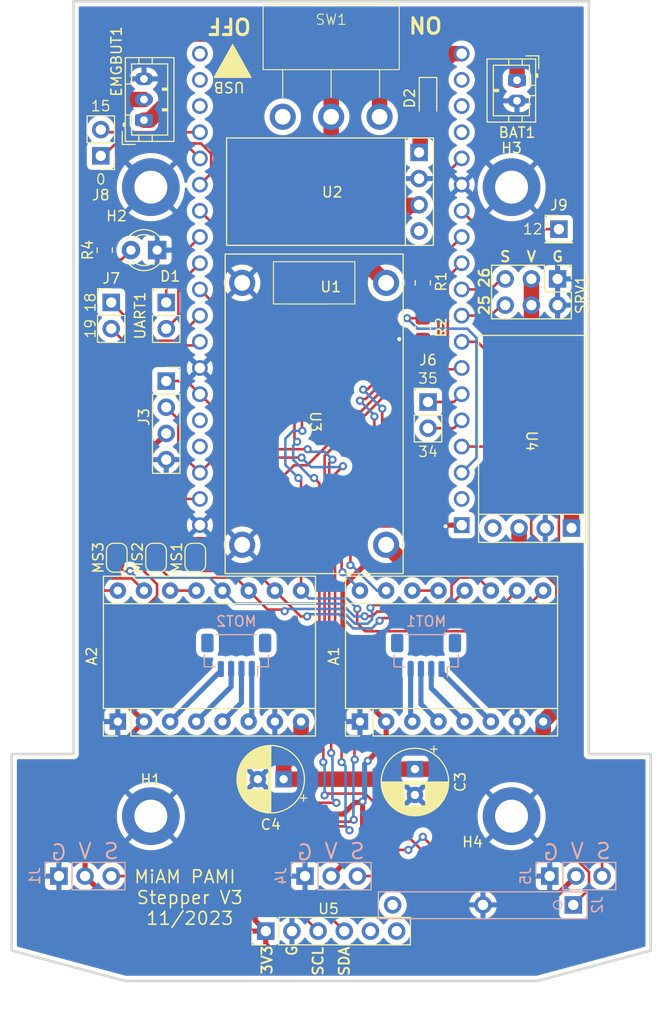
<source format=kicad_pcb>
(kicad_pcb (version 20221018) (generator pcbnew)
  (layers (0 "F.Cu" signal) (31 "B.Cu" signal) (34 "B.Paste" user) (35 "F.Paste" user) (36 "B.SilkS" user "B.Silkscreen") (37 "F.SilkS" user "F.Silkscreen") (38 "B.Mask" user) (39 "F.Mask" user) (44 "Edge.Cuts" user))
  (net 0 "")
  (net 1 "/BATTERY_INPUT")
  (net 2 "GND")
  (net 3 "/EMERGENCY_BUTTON")
  (net 4 "/5V_POWER")
  (net 5 "+12V")
  (net 6 "+3V3")
  (net 7 "/GPIO2")
  (net 8 "/GPIO5")
  (net 9 "/GPIO15")
  (net 10 "/GPIO0")
  (net 11 "Net-(D1-A)")
  (net 12 "/GPIO12")
  (net 13 "/GPIO18")
  (net 14 "/GPIO19")
  (net 15 "/GPIO34")
  (net 16 "/GPIO35")
  (net 17 "/SDA")
  (net 18 "/SCL")
  (net 19 "/MS1")
  (net 20 "/MS2")
  (net 21 "/MS3")
  (net 22 "/POWER_SWITCH")
  (net 23 "/BAT_READING")
  (net 24 "/SERVO_PWM_1")
  (net 25 "/SERVO_PWM_2")
  (net 27 "/RX2")
  (net 28 "/TX2")
  (net 30 "/DIR_2")
  (net 31 "/NOT_MOT_EN")
  (net 32 "/STEP_2")
  (net 33 "/DIR_1")
  (net 34 "/STEP_1")
  (net 45 "Net-(A1-1B)")
  (net 46 "Net-(A1-1A)")
  (net 47 "Net-(A1-2A)")
  (net 48 "Net-(A1-2B)")
  (net 49 "Net-(A1-~{RESET})")
  (net 50 "Net-(A2-1B)")
  (net 51 "Net-(A2-1A)")
  (net 52 "Net-(A2-2A)")
  (net 53 "Net-(A2-2B)")
  (net 54 "Net-(A2-~{RESET})")
  (net 57 "/TCRT0")
  (net 58 "/TCRT1")
  (net 59 "/TCRT2")
  (net 61 "/5V_BOARD")
  (net 62 "Net-(D2-K)")
  (footprint "Resistor_SMD:R_0805_2012Metric" (layer "F.Cu") (at 128.905 69.85 90)
    (fp_text reference "R4")
    (fp_text value "200")
  )
  (footprint "MiAM_ESP32_Footprints:VoltageRegulator" (layer "F.Cu") (at 170.434 87.884 -90)
    (fp_text reference "U4")
    (fp_text value "5V")
  )
  (footprint "Connector_PinHeader_2.54mm:PinHeader_1x02_P2.54mm_Vertical" (layer "F.Cu") (at 129.54 74.925)
    (fp_text reference "J7")
    (fp_text value "Conn_01x02_Pin")
  )
  (footprint "Connector_PinHeader_2.54mm:PinHeader_1x02_P2.54mm_Vertical" (layer "F.Cu") (at 134.874 74.93)
    (fp_text reference "UART1")
    (fp_text value "Conn_01x02_Male")
  )
  (footprint "Jumper:SolderJumper-2_P1.3mm_Open_RoundedPad1.0x1.5mm" (layer "F.Cu") (at 130.075 99.68 90)
    (fp_text reference "MS3")
    (fp_text value "SolderJumper_2_Open")
  )
  (footprint "LED_THT:LED_D3.0mm" (layer "F.Cu") (at 133.99 69.85 180)
    (fp_text reference "D1")
    (fp_text value "LED")
  )
  (footprint "MountingHole:MountingHole_3.2mm_M3_DIN965_Pad" (layer "F.Cu") (at 168.38 124.743668)
    (fp_text reference "H4")
    (fp_text value "MountingHole_Pad")
  )
  (footprint "MiAM_ESP32_Footprints:VoltageRegulator" (layer "F.Cu") (at 150.495 64.135)
    (fp_text reference "U2")
    (fp_text value "5V")
  )
  (footprint "Jumper:SolderJumper-2_P1.3mm_Open_RoundedPad1.0x1.5mm" (layer "F.Cu") (at 133.885 99.68 90)
    (fp_text reference "MS2")
    (fp_text value "SolderJumper_2_Open")
  )
  (footprint "Resistor_SMD:R_0805_2012Metric_Pad1.20x1.40mm_HandSolder" (layer "F.Cu") (at 159.766 77.47 -90)
    (fp_text reference "R2")
    (fp_text value "10k")
  )
  (footprint "Module:Pololu_Breakout-16_15.2x20.3mm" (layer "F.Cu") (at 153.67 115.57 90)
    (fp_text reference "A1")
    (fp_text value "Pololu_Breakout_A4988")
  )
  (footprint "Connector_PinHeader_2.54mm:PinHeader_1x02_P2.54mm_Vertical" (layer "F.Cu") (at 160.274 84.582)
    (fp_text reference "J6")
    (fp_text value "Conn_01x02_Pin")
  )
  (footprint "Resistor_SMD:R_0805_2012Metric_Pad1.20x1.40mm_HandSolder" (layer "F.Cu") (at 159.766 73.025 -90)
    (fp_text reference "R1")
    (fp_text value "100k")
  )
  (footprint "Capacitor_THT:CP_Radial_D6.3mm_P2.50mm" (layer "F.Cu") (at 146.264 121.158 180)
    (fp_text reference "C4")
    (fp_text value "100uF")
  )
  (footprint "Capacitor_THT:CP_Radial_D6.3mm_P2.50mm" (layer "F.Cu") (at 159.004 120.182 -90)
    (fp_text reference "C3")
    (fp_text value "100uF")
  )
  (footprint "MiAM_ESP32_Footprints:MT3608" (layer "F.Cu") (at 149.225 85.725 -90)
    (fp_text reference "U3")
    (fp_text value "MT3608")
  )
  (footprint "Module:Pololu_Breakout-16_15.2x20.3mm" (layer "F.Cu") (at 130.175 115.57 90)
    (fp_text reference "A2")
    (fp_text value "Pololu_Breakout_A4988")
  )
  (footprint "Connector_PinHeader_2.54mm:PinHeader_2x03_P2.54mm_Vertical" (layer "F.Cu") (at 172.847 72.644 -90)
    (fp_text reference "SRV1")
    (fp_text value "Conn_02x03_Odd_Even")
  )
  (footprint "MiAM_ESP32_Footprints:SSD1306_vertical" (layer "F.Cu") (at 129.854 80.9525)
    (fp_text reference "J3")
    (fp_text value "SSD1306_vertical")
  )
  (footprint "Connector_PinHeader_2.54mm:PinHeader_1x01_P2.54mm_Vertical" (layer "F.Cu") (at 172.974 67.818)
    (fp_text reference "J9")
    (fp_text value "Conn_01x01_Pin")
  )
  (footprint "MiAM_ESP32_Footprints:ESP32U-ShieldPattern" (layer "F.Cu") (at 150.8408 73.67 180)
    (fp_text reference "U1")
    (fp_text value "ESP32-DEVKITC-32U")
  )
  (footprint "MountingHole:MountingHole_3.2mm_M3_DIN965_Pad" (layer "F.Cu") (at 133.38 124.743668)
    (fp_text reference "H1")
    (fp_text value "MountingHole_Pad")
  )
  (footprint "Connector_JST:JST_PH_B2B-PH-K_1x02_P2.00mm_Vertical" (layer "F.Cu") (at 168.91 53.372 -90)
    (fp_text reference "BAT1")
    (fp_text value "Screw_Terminal_01x02")
  )
  (footprint "Diode_SMD:D_SOD-323_HandSoldering" (layer "F.Cu") (at 160.274 55.118 -90)
    (fp_text reference "D2")
    (fp_text value "D_Schottky")
  )
  (footprint "Connector_JST:JST_PH_B3B-PH-K_1x03_P2.00mm_Vertical" (layer "F.Cu") (at 132.715 57.245 90)
    (fp_text reference "EMGBUT1")
    (fp_text value "Conn_01x02_Male")
  )
  (footprint "MiAM_ESP32_Footprints:SS-12D11" (layer "F.Cu") (at 150.876 56.921)
    (fp_text reference "SW1")
    (fp_text value "SW_DPDT_x2")
  )
  (footprint "MountingHole:MountingHole_3.2mm_M3_DIN965_Pad" (layer "F.Cu") (at 133.38 63.743668)
    (fp_text reference "H2")
    (fp_text value "MountingHole_Pad")
  )
  (footprint "Connector_PinHeader_2.54mm:PinHeader_1x06_P2.54mm_Vertical" (layer "F.Cu") (at 144.53 135.89 90)
    (fp_text reference "U5")
    (fp_text value "~")
  )
  (footprint "Connector_PinHeader_2.54mm:PinHeader_1x02_P2.54mm_Vertical" (layer "F.Cu") (at 128.524 60.706 180)
    (fp_text reference "J8")
    (fp_text value "Conn_01x02_Pin")
  )
  (footprint "Jumper:SolderJumper-2_P1.3mm_Open_RoundedPad1.0x1.5mm" (layer "F.Cu") (at 137.695 99.68 90)
    (fp_text reference "MS1")
    (fp_text value "SolderJumper_2_Open")
  )
  (footprint "MountingHole:MountingHole_3.2mm_M3_DIN965_Pad" (layer "F.Cu") (at 168.38 63.743668)
    (fp_text reference "H3")
    (fp_text value "MountingHole_Pad")
  )
  (footprint "MiAM_ESP32_Footprints:TCRT5000L_Breakout" (layer "B.Cu") (at 148.34 130.556 -90)
    (fp_text reference "J4")
    (fp_text value "TCRT5000L_Breakout")
  )
  (footprint "Connector_JST:JST_SH_BM04B-SRSS-TB_1x04-1MP_P1.00mm_Vertical" (layer "B.Cu") (at 141.6725 109.15 180)
    (fp_text reference "MOT2")
    (fp_text value "Conn_01x04_Male")
  )
  (footprint "Connector_JST:JST_SH_BM04B-SRSS-TB_1x04-1MP_P1.00mm_Vertical" (layer "B.Cu") (at 160.0875 109.15 180)
    (fp_text reference "MOT1")
    (fp_text value "Conn_01x04_Male")
  )
  (footprint "MiAM_ESP32_Footprints:TCRT5000L_Breakout" (layer "B.Cu") (at 124.46 130.556 -90)
    (fp_text reference "J1")
    (fp_text value "TCRT5000L_Breakout")
  )
  (footprint "MiAM_ESP32_Footprints:Microruptor" (layer "B.Cu") (at 174.371 133.35 90)
    (fp_text reference "J2")
    (fp_text value "Conn_01x03_Male")
  )
  (footprint "MiAM_ESP32_Footprints:TCRT5000L_Breakout" (layer "B.Cu") (at 172.085 130.556 -90)
    (fp_text reference "J5")
    (fp_text value "TCRT5000L_Breakout")
  )
  (gr_line (start 170.88 140.72) (end 181.88 137.772559) (stroke (width 0.25)) (layer "Edge.Cuts"))
  (gr_line (start 125.88 45.72) (end 125.88 118.72) (stroke (width 0.25)) (layer "Edge.Cuts"))
  (gr_line (start 119.88 137.772559) (end 130.88 140.72) (stroke (width 0.25)) (layer "Edge.Cuts"))
  (gr_line (start 181.88 118.72) (end 175.88 118.72) (stroke (width 0.25)) (layer "Edge.Cuts"))
  (gr_line (start 119.88 118.72) (end 119.88 137.772559) (stroke (width 0.25)) (layer "Edge.Cuts"))
  (gr_line (start 130.88 140.72) (end 170.88 140.72) (stroke (width 0.25)) (layer "Edge.Cuts"))
  (gr_line (start 175.88 45.72) (end 125.88 45.72) (stroke (width 0.25)) (layer "Edge.Cuts"))
  (gr_line (start 181.88 137.772559) (end 181.88 118.72) (stroke (width 0.25)) (layer "Edge.Cuts"))
  (gr_line (start 125.88 118.72) (end 119.88 118.72) (stroke (width 0.25)) (layer "Edge.Cuts"))
  (gr_line (start 175.88 118.72) (end 175.88 45.72) (stroke (width 0.25)) (layer "Edge.Cuts"))
  (gr_text "S" (at 177.292 128.143) (layer "B.SilkS") (effects (font (size 1.5 1.5) (thickness 0.1875)) (justify mirror)))
  (gr_text "V" (at 127 128.143) (layer "B.SilkS") (effects (font (size 1.5 1.5) (thickness 0.1875)) (justify mirror)))
  (gr_text "S" (at 129.54 128.143) (layer "B.SilkS") (effects (font (size 1.5 1.5) (thickness 0.1875)) (justify mirror)))
  (gr_text "G" (at 172.212 128.27) (layer "B.SilkS") (effects (font (size 1.5 1.5) (thickness 0.1875)) (justify mirror)))
  (gr_text "S" (at 153.416 128.143) (layer "B.SilkS") (effects (font (size 1.5 1.5) (thickness 0.1875)) (justify mirror)))
  (gr_text "G" (at 124.46 128.27) (layer "B.SilkS") (effects (font (size 1.5 1.5) (thickness 0.1875)) (justify mirror)))
  (gr_text "V" (at 150.876 128.143) (layer "B.SilkS") (effects (font (size 1.5 1.5) (thickness 0.1875)) (justify mirror)))
  (gr_text "V" (at 174.752 128.143) (layer "B.SilkS") (effects (font (size 1.5 1.5) (thickness 0.1875)) (justify mirror)))
  (gr_text "G" (at 148.336 128.27) (layer "B.SilkS") (effects (font (size 1.5 1.5) (thickness 0.1875)) (justify mirror)))
  (gr_text "3V3" (at 144.653 138.684 90) (layer "F.SilkS") (effects (font (size 1 1) (thickness 0.1875))))
  (gr_text "SCL" (at 149.606 138.811 90) (layer "F.SilkS") (effects (font (size 1 1) (thickness 0.1875))))
  (gr_text "OFF" (at 143.256 47.244 180) (layer "F.SilkS") (effects (font (size 1.5 1.5) (thickness 0.3) bold) (justify left bottom)))
  (gr_text "G" (at 172.847 70.485) (layer "F.SilkS") (effects (font (size 1 1) (thickness 0.2) bold)))
  (gr_text "ON" (at 161.798 47.117 180) (layer "F.SilkS") (effects (font (size 1.5 1.5) (thickness 0.3) bold) (justify left bottom)))
  (gr_text "S" (at 167.767 70.485) (layer "F.SilkS") (effects (font (size 1 1) (thickness 0.2) bold)))
  (gr_text "MiAM PAMI \nStepper V3\n11/2023" (at 137.16 135.382) (layer "F.SilkS") (effects (font (size 1.25 1.25) (thickness 0.15625)) (justify bottom)))
  (gr_text "12" (at 170.434 67.818) (layer "F.SilkS") (effects (font (size 1 1) (thickness 0.125))))
  (gr_text "V" (at 170.307 70.485) (layer "F.SilkS") (effects (font (size 1 1) (thickness 0.2) bold)))
  (gr_text "26" (at 165.735 72.517 90) (layer "F.SilkS") (effects (font (size 1 1) (thickness 0.2) bold)))
  (gr_text "25" (at 165.735 75.184 90) (layer "F.SilkS") (effects (font (size 1 1) (thickness 0.2) bold)))
  (gr_text "G" (at 147.066 137.795 90) (layer "F.SilkS") (effects (font (size 1 1) (thickness 0.1875))))
  (gr_text "35" (at 160.274 82.296) (layer "F.SilkS") (effects (font (size 1 1) (thickness 0.125))))
  (gr_text "15" (at 128.524 55.88) (layer "F.SilkS") (effects (font (size 1 1) (thickness 0.125))))
  (gr_text "SDA" (at 152.146 138.811 90) (layer "F.SilkS") (effects (font (size 1 1) (thickness 0.1875))))
  (gr_text "18" (at 127.508 74.93 90) (layer "F.SilkS") (effects (font (size 1 1) (thickness 0.125))))
  (gr_text "0" (at 128.524 62.992) (layer "F.SilkS") (effects (font (size 1 1) (thickness 0.125))))
  (gr_text "19" (at 127.508 77.47 90) (layer "F.SilkS") (effects (font (size 1 1) (thickness 0.125))))
  (gr_text "34" (at 160.274 89.408) (layer "F.SilkS") (effects (font (size 1 1) (thickness 0.125))))
  (segment (start 168.91 51.435) (end 165.735 48.26) (width 1.5) (layer "F.Cu") (net 1))
  (segment (start 157.48 48.26) (end 155.575 50.165) (width 1.5) (layer "F.Cu") (net 1))
  (segment (start 165.735 48.26) (end 157.48 48.26) (width 1.5) (layer "F.Cu") (net 1))
  (segment (start 155.575 50.165) (end 155.575 56.921) (width 1.5) (layer "F.Cu") (net 1))
  (segment (start 168.91 53.372) (end 168.91 51.435) (width 1.5) (layer "F.Cu") (net 1))
  (segment (start 157.48 78.486) (end 159.75 78.486) (width 0.25) (layer "F.Cu") (net 2))
  (segment (start 159.75 78.486) (end 159.766 78.47) (width 0.25) (layer "F.Cu") (net 2))
  (via (at 157.48 78.486) (size 0.8) (drill 0.4) (layers "F.Cu" "B.Cu") (net 2))
  (segment (start 133.255 57.245) (end 135.636 54.864) (width 1.5) (layer "F.Cu") (net 3))
  (segment (start 143.002 52.197) (end 143.002 59.817) (width 1.5) (layer "F.Cu") (net 3))
  (segment (start 143.002 59.817) (end 156.21 73.025) (width 1.5) (layer "F.Cu") (net 3))
  (segment (start 136.9695 48.895) (end 139.7 48.895) (width 1.5) (layer "F.Cu") (net 3))
  (segment (start 135.636 50.2285) (end 136.9695 48.895) (width 1.5) (layer "F.Cu") (net 3))
  (segment (start 139.7 48.895) (end 143.002 52.197) (width 1.5) (layer "F.Cu") (net 3))
  (segment (start 132.715 57.245) (end 133.255 57.245) (width 1.5) (layer "F.Cu") (net 3))
  (segment (start 135.636 54.864) (end 135.636 50.2285) (width 1.5) (layer "F.Cu") (net 3))
  (segment (start 174.1932 96.7994) (end 174.1932 81.4832) (width 1.5) (layer "F.Cu") (net 4))
  (segment (start 170.307 77.597) (end 170.307 75.184) (width 1.5) (layer "F.Cu") (net 4))
  (segment (start 170.307 75.184) (end 170.307 72.644) (width 1.5) (layer "F.Cu") (net 4))
  (segment (start 174.1932 81.4832) (end 170.307 77.597) (width 1.5) (layer "F.Cu") (net 4))
  (segment (start 155.196198 121.158) (end 146.264 121.158) (width 1.5) (layer "F.Cu") (net 5))
  (segment (start 169.1132 97.526093) (end 169.1132 99.695) (width 1.5) (layer "F.Cu") (net 5))
  (segment (start 147.955 115.57) (end 147.955 117.983) (width 1.5) (layer "F.Cu") (net 5))
  (segment (start 170.942 99.695) (end 173.355 102.108) (width 1.5) (layer "F.Cu") (net 5))
  (segment (start 169.1132 99.695) (end 157.48 99.695) (width 1.5) (layer "F.Cu") (net 5))
  (segment (start 171.45 115.57) (end 171.45 116.84) (width 1.5) (layer "F.Cu") (net 5))
  (segment (start 157.48 99.695) (end 156.21 98.425) (width 1.5) (layer "F.Cu") (net 5))
  (segment (start 168.108 120.182) (end 156.172198 120.182) (width 1.5) (layer "F.Cu") (net 5))
  (segment (start 169.1132 96.7994) (end 169.1132 97.526093) (width 1.5) (layer "F.Cu") (net 5))
  (segment (start 173.355 102.108) (end 173.355 113.665) (width 1.5) (layer "F.Cu") (net 5))
  (segment (start 146.264 119.674) (end 146.264 121.158) (width 1.5) (layer "F.Cu") (net 5))
  (segment (start 169.1132 99.695) (end 170.942 99.695) (width 1.5) (layer "F.Cu") (net 5))
  (segment (start 173.355 113.665) (end 171.45 115.57) (width 1.5) (layer "F.Cu") (net 5))
  (segment (start 147.955 117.983) (end 146.264 119.674) (width 1.5) (layer "F.Cu") (net 5))
  (segment (start 156.172198 120.182) (end 155.196198 121.158) (width 1.5) (layer "F.Cu") (net 5))
  (segment (start 171.45 116.84) (end 168.108 120.182) (width 1.5) (layer "F.Cu") (net 5))
  (segment (start 127 121.285) (end 132.715 115.57) (width 0.5) (layer "F.Cu") (net 6))
  (segment (start 127.127 106.045) (end 127.127 95.377) (width 0.5) (layer "F.Cu") (net 6))
  (segment (start 127.127 95.377) (end 134.874 87.63) (width 0.5) (layer "F.Cu") (net 6))
  (segment (start 143.51 134.87) (end 144.53 135.89) (width 0.5) (layer "F.Cu") (net 6))
  (segment (start 127 130.556) (end 127 121.285) (width 0.5) (layer "F.Cu") (net 6))
  (segment (start 145.332208 124.54) (end 143.51 126.362208) (width 0.5) (layer "F.Cu") (net 6))
  (segment (start 143.51 126.362208) (end 143.51 134.87) (width 0.5) (layer "F.Cu") (net 6))
  (segment (start 132.715 104.648) (end 127.127 104.648) (width 0.25) (layer "F.Cu") (net 6))
  (segment (start 153.924 123.325598) (end 153.924 127.512) (width 0.5) (layer "F.Cu") (net 6))
  (segment (start 130.075 99.03) (end 137.695 99.03) (width 0.25) (layer "F.Cu") (net 6))
  (segment (start 133.985 103.378) (end 132.715 104.648) (width 0.25) (layer "F.Cu") (net 6))
  (segment (start 154.051 97.663) (end 155.194 96.52) (width 0.5) (layer "F.Cu") (net 6))
  (segment (start 174.625 130.556) (end 166.116 139.065) (width 0.5) (layer "F.Cu") (net 6))
  (segment (start 133.985 102.259009) (end 133.985 103.378) (width 0.25) (layer "F.Cu") (net 6))
  (segment (start 152.019 102.489) (end 154.051 100.457) (width 0.5) (layer "F.Cu") (net 6))
  (segment (start 127.127 109.982) (end 132.715 115.57) (width 0.5) (layer "F.Cu") (net 6))
  (segment (start 131.953 100.227009) (end 133.985 102.259009) (width 0.25) (layer "F.Cu") (net 6))
  (segment (start 146.435 139.065) (end 144.53 137.16) (width 0.5) (layer "F.Cu") (net 6))
  (segment (start 127 130.556) (end 132.334 135.89) (width 0.5) (layer "F.Cu") (net 6))
  (segment (start 144.53 137.16) (end 144.53 135.89) (width 0.5) (layer "F.Cu") (net 6))
  (segment (start 130.075 99.03) (end 131.953 99.03) (width 0.25) (layer "F.Cu") (net 6))
  (segment (start 166.116 139.065) (end 146.435 139.065) (width 0.5) (layer "F.Cu") (net 6))
  (segment (start 132.334 135.89) (end 144.53 135.89) (width 0.5) (layer "F.Cu") (net 6))
  (segment (start 127.127 104.648) (end 127.127 106.045) (width 0.25) (layer "F.Cu") (net 6))
  (segment (start 154.051 100.457) (end 154.051 97.663) (width 0.5) (layer "F.Cu") (net 6))
  (segment (start 152.019 111.379) (end 152.019 102.489) (width 0.5) (layer "F.Cu") (net 6))
  (segment (start 153.924 127.512) (end 150.88 130.556) (width 0.5) (layer "F.Cu") (net 6))
  (segment (start 127.127 106.045) (end 127.127 109.982) (width 0.5) (layer "F.Cu") (net 6))
  (segment (start 153.919701 123.321299) (end 153.834 123.407) (width 0.25) (layer "F.Cu") (net 6))
  (segment (start 131.953 99.03) (end 131.953 100.227009) (width 0.25) (layer "F.Cu") (net 6))
  (segment (start 153.834 123.407) (end 153.199 123.407) (width 0.5) (layer "F.Cu") (net 6))
  (segment (start 156.21 117.602) (end 156.21 116.347416) (width 0.5) (layer "F.Cu") (net 6))
  (segment (start 153.199 123.407) (end 152.066 124.54) (width 0.5) (layer "F.Cu") (net 6))
  (segment (start 155.194 96.52) (end 163.5408 96.52) (width 0.5) (layer "F.Cu") (net 6))
  (segment (start 156.21 116.347416) (end 156.21 115.052) (width 0.25) (layer "F.Cu") (net 6))
  (segment (start 156.21 115.57) (end 152.019 111.379) (width 0.5) (layer "F.Cu") (net 6))
  (segment (start 154.432 119.38) (end 156.21 117.602) (width 0.5) (layer "F.Cu") (net 6))
  (segment (start 152.066 124.54) (end 145.332208 124.54) (width 0.5) (layer "F.Cu") (net 6))
  (segment (start 153.919701 123.321299) (end 153.924 123.325598) (width 0.25) (layer "F.Cu") (net 6))
  (via (at 154.432 119.38) (size 0.8) (drill 0.4) (layers "F.Cu" "B.Cu") (net 6))
  (via (at 153.919701 123.321299) (size 0.8) (drill 0.4) (layers "F.Cu" "B.Cu") (net 6))
  (segment (start 153.919701 123.321299) (end 153.863984 123.265582) (width 0.25) (layer "B.Cu") (net 6))
  (segment (start 154.432 119.38) (end 154.122208 119.689792) (width 0.5) (layer "B.Cu") (net 6))
  (segment (start 154.122208 123.007358) (end 153.863984 123.265582) (width 0.5) (layer "B.Cu") (net 6))
  (segment (start 154.122208 119.689792) (end 154.122208 123.007358) (width 0.5) (layer "B.Cu") (net 6))
  (segment (start 131.826 59.944) (end 128.905 62.865) (width 0.25) (layer "F.Cu") (net 7))
  (segment (start 138.1408 60.96) (end 137.1248 59.944) (width 0.25) (layer "F.Cu") (net 7))
  (segment (start 137.1248 59.944) (end 131.826 59.944) (width 0.25) (layer "F.Cu") (net 7))
  (segment (start 128.905 62.865) (end 128.905 68.9375) (width 0.25) (layer "F.Cu") (net 7))
  (segment (start 160.655 129.032) (end 174.762701 129.032) (width 0.25) (layer "F.Cu") (net 8))
  (segment (start 147.317085 82.836285) (end 138.1408 73.66) (width 0.25) (layer "F.Cu") (net 8))
  (segment (start 150.114 119.507) (end 150.114 117.497587) (width 0.25) (layer "F.Cu") (net 8))
  (segment (start 175.895 130.164299) (end 175.895 131.826) (width 0.25) (layer "F.Cu") (net 8))
  (segment (start 150.114 117.497587) (end 149.733 117.116587) (width 0.25) (layer "F.Cu") (net 8))
  (segment (start 149.733 117.116587) (end 149.733 92.456) (width 0.25) (layer "F.Cu") (net 8))
  (segment (start 175.895 131.826) (end 174.371 133.35) (width 0.25) (layer "F.Cu") (net 8))
  (segment (start 174.762701 129.032) (end 175.895 130.164299) (width 0.25) (layer "F.Cu") (net 8))
  (segment (start 154.178 122.555) (end 160.655 129.032) (width 0.25) (layer "F.Cu") (net 8))
  (segment (start 150.4055 122.555) (end 154.178 122.555) (width 0.25) (layer "F.Cu") (net 8))
  (segment (start 147.317085 88.176884) (end 147.317085 82.836285) (width 0.25) (layer "F.Cu") (net 8))
  (segment (start 150.241 122.7195) (end 150.4055 122.555) (width 0.25) (layer "F.Cu") (net 8))
  (segment (start 149.733 92.456) (end 149.225 91.948) (width 0.25) (layer "F.Cu") (net 8))
  (segment (start 147.574 88.433799) (end 147.317085 88.176884) (width 0.25) (layer "F.Cu") (net 8))
  (via (at 150.114 119.507) (size 0.8) (drill 0.4) (layers "F.Cu" "B.Cu") (net 8))
  (via (at 150.241 122.7195) (size 0.8) (drill 0.4) (layers "F.Cu" "B.Cu") (net 8))
  (via (at 147.574 88.433799) (size 0.8) (drill 0.4) (layers "F.Cu" "B.Cu") (net 8))
  (via (at 149.225 91.948) (size 0.8) (drill 0.4) (layers "F.Cu" "B.Cu") (net 8))
  (segment (start 148.961694 91.948) (end 147.193 90.179306) (width 0.25) (layer "B.Cu") (net 8))
  (segment (start 149.225 91.948) (end 148.961694 91.948) (width 0.25) (layer "B.Cu") (net 8))
  (segment (start 147.193 90.179306) (end 147.193 88.814799) (width 0.25) (layer "B.Cu") (net 8))
  (segment (start 147.193 88.814799) (end 147.574 88.433799) (width 0.25) (layer "B.Cu") (net 8))
  (segment (start 150.114 119.507) (end 150.241 119.634) (width 0.25) (layer "B.Cu") (net 8))
  (segment (start 150.241 119.634) (end 150.241 122.7195) (width 0.25) (layer "B.Cu") (net 8))
  (segment (start 128.778 58.166) (end 129.032 58.42) (width 0.25) (layer "F.Cu") (net 9))
  (segment (start 129.032 58.42) (end 138.1408 58.42) (width 0.25) (layer "F.Cu") (net 9))
  (segment (start 139.2308 62.41) (end 138.1408 63.5) (width 0.25) (layer "F.Cu") (net 10))
  (segment (start 128.778 60.706) (end 129.99 59.494) (width 0.25) (layer "F.Cu") (net 10))
  (segment (start 139.2308 60.4908) (end 139.2308 62.41) (width 0.25) (layer "F.Cu") (net 10))
  (segment (start 129.99 59.494) (end 137.673307 59.494) (width 0.25) (layer "F.Cu") (net 10))
  (segment (start 138.25 59.51) (end 139.2308 60.4908) (width 0.25) (layer "F.Cu") (net 10))
  (segment (start 137.689307 59.51) (end 138.25 59.51) (width 0.25) (layer "F.Cu") (net 10))
  (segment (start 137.673307 59.494) (end 137.689307 59.51) (width 0.25) (layer "F.Cu") (net 10))
  (segment (start 130.5375 70.7625) (end 131.45 69.85) (width 0.25) (layer "F.Cu") (net 11))
  (segment (start 128.905 70.7625) (end 130.5375 70.7625) (width 0.25) (layer "F.Cu") (net 11))
  (segment (start 163.5408 66.04) (end 165.3188 67.818) (width 0.25) (layer "F.Cu") (net 12))
  (segment (start 165.3188 67.818) (end 172.974 67.818) (width 0.25) (layer "F.Cu") (net 12))
  (segment (start 135.6958 78.645) (end 138.1408 76.2) (width 0.25) (layer "F.Cu") (net 13))
  (segment (start 133.26 78.645) (end 135.6958 78.645) (width 0.25) (layer "F.Cu") (net 13))
  (segment (start 129.54 74.925) (end 133.26 78.645) (width 0.25) (layer "F.Cu") (net 13))
  (segment (start 129.54 77.465) (end 131.17 79.095) (width 0.25) (layer "F.Cu") (net 14))
  (segment (start 137.7858 79.095) (end 138.1408 78.74) (width 0.25) (layer "F.Cu") (net 14))
  (segment (start 131.17 79.095) (end 137.7858 79.095) (width 0.25) (layer "F.Cu") (net 14))
  (segment (start 162.7788 87.122) (end 163.5408 86.36) (width 0.25) (layer "F.Cu") (net 15))
  (segment (start 160.274 87.122) (end 162.7788 87.122) (width 0.25) (layer "F.Cu") (net 15))
  (segment (start 162.7788 84.582) (end 160.274 84.582) (width 0.25) (layer "F.Cu") (net 16))
  (segment (start 162.7788 84.582) (end 163.5408 83.82) (width 0.25) (layer "F.Cu") (net 16))
  (segment (start 146.685 133.985) (end 150.245 133.985) (width 0.25) (layer "F.Cu") (net 17))
  (segment (start 151.892 117.094) (end 150.691 115.893) (width 0.25) (layer "F.Cu") (net 17))
  (segment (start 150.691 115.893) (end 150.691 90.482) (width 0.25) (layer "F.Cu") (net 17))
  (segment (start 144.78 127.635) (end 144.78 132.08) (width 0.25) (layer "F.Cu") (net 17))
  (segment (start 134.874 82.55) (end 136.8708 82.55) (width 0.25) (layer "F.Cu") (net 17))
  (segment (start 144.78 132.08) (end 146.685 133.985) (width 0.25) (layer "F.Cu") (net 17))
  (segment (start 150.245 133.985) (end 152.15 135.89) (width 0.25) (layer "F.Cu") (net 17))
  (segment (start 152.654 126.111) (end 152.273 125.73) (width 0.25) (layer "F.Cu") (net 17))
  (segment (start 136.8708 82.55) (end 138.1408 83.82) (width 0.25) (layer "F.Cu") (net 17))
  (segment (start 148.594299 89.158299) (end 143.479099 89.158299) (width 0.25) (layer "F.Cu") (net 17))
  (segment (start 151.892 119.507) (end 151.892 117.094) (width 0.25) (layer "F.Cu") (net 17))
  (segment (start 152.273 125.73) (end 146.685 125.73) (width 0.25) (layer "F.Cu") (net 17))
  (segment (start 150.691 90.482) (end 151.003 90.17) (width 0.25) (layer "F.Cu") (net 17))
  (segment (start 146.685 125.73) (end 144.78 127.635) (width 0.25) (layer "F.Cu") (net 17))
  (segment (start 143.479099 89.158299) (end 138.1408 83.82) (width 0.25) (layer "F.Cu") (net 17))
  (via (at 151.003 90.17) (size 0.8) (drill 0.4) (layers "F.Cu" "B.Cu") (net 17))
  (via (at 152.654 126.111) (size 0.8) (drill 0.4) (layers "F.Cu" "B.Cu") (net 17))
  (via (at 151.892 119.507) (size 0.8) (drill 0.4) (layers "F.Cu" "B.Cu") (net 17))
  (via (at 148.594299 89.158299) (size 0.8) (drill 0.4) (layers "F.Cu" "B.Cu") (net 17))
  (segment (start 152.273 119.888) (end 152.273 125.73) (width 0.25) (layer "B.Cu") (net 17))
  (segment (start 151.892 119.507) (end 152.273 119.888) (width 0.25) (layer "B.Cu") (net 17))
  (segment (start 151.003 90.17) (end 150.241 89.408) (width 0.25) (layer "B.Cu") (net 17))
  (segment (start 150.241 89.408) (end 148.844 89.408) (width 0.25) (layer "B.Cu") (net 17))
  (segment (start 148.844 89.408) (end 148.594299 89.158299) (width 0.25) (layer "B.Cu") (net 17))
  (segment (start 152.273 125.73) (end 152.654 126.111) (width 0.25) (layer "B.Cu") (net 17))
  (segment (start 148.155 134.435) (end 149.61 135.89) (width 0.25) (layer "F.Cu") (net 18))
  (segment (start 144.33 132.266396) (end 146.498604 134.435) (width 0.25) (layer "F.Cu") (net 18))
  (segment (start 153.162 118.940235) (end 153.139484 118.917719) (width 0.25) (layer "F.Cu") (net 18))
  (segment (start 152.8895 125.28) (end 146.246 125.28) (width 0.25) (layer "F.Cu") (net 18))
  (segment (start 146.498604 134.435) (end 148.155 134.435) (width 0.25) (layer "F.Cu") (net 18))
  (segment (start 144.33 127.196) (end 144.33 132.266396) (width 0.25) (layer "F.Cu") (net 18))
  (segment (start 151.257 91.567) (end 152.019 90.805) (width 0.25) (layer "F.Cu") (net 18))
  (segment (start 148.009548 89.970549) (end 139.610251 89.970549) (width 0.25) (layer "F.Cu") (net 18))
  (segment (start 153.0745 125.095) (end 152.8895 125.28) (width 0.25) (layer "F.Cu") (net 18))
  (segment (start 136.049 86.265) (end 136.049 89.3482) (width 0.25) (layer "F.Cu") (net 18))
  (segment (start 136.049 89.3482) (end 138.1408 91.44) (width 0.25) (layer "F.Cu") (net 18))
  (segment (start 134.884 85.1) (end 136.049 86.265) (width 0.25) (layer "F.Cu") (net 18))
  (segment (start 153.162 119.253) (end 153.162 118.940235) (width 0.25) (layer "F.Cu") (net 18))
  (segment (start 139.610251 89.970549) (end 138.1408 91.44) (width 0.25) (layer "F.Cu") (net 18))
  (segment (start 146.246 125.28) (end 144.33 127.196) (width 0.25) (layer "F.Cu") (net 18))
  (segment (start 153.139484 118.917719) (end 153.139484 117.499984) (width 0.25) (layer "F.Cu") (net 18))
  (segment (start 151.257 115.6175) (end 151.257 91.567) (width 0.25) (layer "F.Cu") (net 18))
  (segment (start 153.139484 117.499984) (end 151.257 115.6175) (width 0.25) (layer "F.Cu") (net 18))
  (via (at 153.162 119.253) (size 0.8) (drill 0.4) (layers "F.Cu" "B.Cu") (net 18))
  (via (at 153.0745 125.095) (size 0.8) (drill 0.4) (layers "F.Cu" "B.Cu") (net 18))
  (via (at 152.019 90.805) (size 0.8) (drill 0.4) (layers "F.Cu" "B.Cu") (net 18))
  (via (at 148.009548 89.970549) (size 0.8) (drill 0.4) (layers "F.Cu" "B.Cu") (net 18))
  (segment (start 151.929 90.895) (end 148.933999 90.895) (width 0.25) (layer "B.Cu") (net 18))
  (segment (start 153.035 125.0555) (end 153.0745 125.095) (width 0.25) (layer "B.Cu") (net 18))
  (segment (start 152.019 90.805) (end 151.929 90.895) (width 0.25) (layer "B.Cu") (net 18))
  (segment (start 153.035 119.38) (end 153.035 125.0555) (width 0.25) (layer "B.Cu") (net 18))
  (segment (start 148.933999 90.895) (end 148.009548 89.970549) (width 0.25) (layer "B.Cu") (net 18))
  (segment (start 153.162 119.253) (end 153.035 119.38) (width 0.25) (layer "B.Cu") (net 18))
  (segment (start 138.33 100.965) (end 143.51 100.965) (width 0.25) (layer "F.Cu") (net 19))
  (segment (start 137.695 100.33) (end 138.33 100.965) (width 0.25) (layer "F.Cu") (net 19))
  (segment (start 155.575 105.791) (end 155.829 105.537) (width 0.25) (layer "F.Cu") (net 19))
  (segment (start 148.542847 105.3725) (end 147.9175 105.3725) (width 0.25) (layer "F.Cu") (net 19))
  (segment (start 143.51 100.965) (end 145.415 102.87) (width 0.25) (layer "F.Cu") (net 19))
  (segment (start 147.9175 105.3725) (end 145.415 102.87) (width 0.25) (layer "F.Cu") (net 19))
  (segment (start 155.829 105.537) (end 166.243 105.537) (width 0.25) (layer "F.Cu") (net 19))
  (segment (start 166.243 105.537) (end 168.91 102.87) (width 0.25) (layer "F.Cu") (net 19))
  (via (at 155.575 105.791) (size 0.8) (drill 0.4) (layers "F.Cu" "B.Cu") (net 19))
  (via (at 148.542847 105.3725) (size 0.8) (drill 0.4) (layers "F.Cu" "B.Cu") (net 19))
  (segment (start 152.999658 106.529755) (end 154.836245 106.529755) (width 0.25) (layer "B.Cu") (net 19))
  (segment (start 148.542847 105.3725) (end 148.759347 105.156) (width 0.25) (layer "B.Cu") (net 19))
  (segment (start 151.625903 105.156) (end 152.999658 106.529755) (width 0.25) (layer "B.Cu") (net 19))
  (segment (start 154.836245 106.529755) (end 155.575 105.791) (width 0.25) (layer "B.Cu") (net 19))
  (segment (start 148.759347 105.156) (end 151.625903 105.156) (width 0.25) (layer "B.Cu") (net 19))
  (segment (start 133.885 100.33) (end 135.155 101.6) (width 0.25) (layer "F.Cu") (net 20))
  (segment (start 146.363201 104.8645) (end 146.210201 104.7115) (width 0.25) (layer "F.Cu") (net 20))
  (segment (start 162.56 102.362) (end 163.322 101.6) (width 0.25) (layer "F.Cu") (net 20))
  (segment (start 146.210201 104.7115) (end 144.7165 104.7115) (width 0.25) (layer "F.Cu") (net 20))
  (segment (start 144.7165 104.7115) (end 142.875 102.87) (width 0.25) (layer "F.Cu") (net 20))
  (segment (start 154.94 104.267) (end 161.773991 104.267) (width 0.25) (layer "F.Cu") (net 20))
  (segment (start 165.1 101.6) (end 166.37 102.87) (width 0.25) (layer "F.Cu") (net 20))
  (segment (start 141.605 101.6) (end 142.875 102.87) (width 0.25) (layer "F.Cu") (net 20))
  (segment (start 154.686 104.521) (end 154.94 104.267) (width 0.25) (layer "F.Cu") (net 20))
  (segment (start 161.773991 104.267) (end 162.56 103.480991) (width 0.25) (layer "F.Cu") (net 20))
  (segment (start 162.56 103.480991) (end 162.56 102.362) (width 0.25) (layer "F.Cu") (net 20))
  (segment (start 135.155 101.6) (end 141.605 101.6) (width 0.25) (layer "F.Cu") (net 20))
  (segment (start 163.322 101.6) (end 165.1 101.6) (width 0.25) (layer "F.Cu") (net 20))
  (via (at 154.686 104.521) (size 0.8) (drill 0.4) (layers "F.Cu" "B.Cu") (net 20))
  (via (at 146.363201 104.8645) (size 0.8) (drill 0.4) (layers "F.Cu" "B.Cu") (net 20))
  (segment (start 151.754299 104.648) (end 153.186054 106.079755) (width 0.25) (layer "B.Cu") (net 20))
  (segment (start 146.363201 104.8645) (end 146.579701 104.648) (width 0.25) (layer "B.Cu") (net 20))
  (segment (start 154.42306 106.079755) (end 154.847755 105.65506) (width 0.25) (layer "B.Cu") (net 20))
  (segment (start 154.847755 105.65506) (end 154.847755 104.682755) (width 0.25) (layer "B.Cu") (net 20))
  (segment (start 146.579701 104.648) (end 151.754299 104.648) (width 0.25) (layer "B.Cu") (net 20))
  (segment (start 154.847755 104.682755) (end 154.686 104.521) (width 0.25) (layer "B.Cu") (net 20))
  (segment (start 153.186054 106.079755) (end 154.42306 106.079755) (width 0.25) (layer "B.Cu") (net 20))
  (segment (start 131.3555 100.965) (end 130.71 100.965) (width 0.25) (layer "F.Cu") (net 21))
  (segment (start 161.798 104.902) (end 163.83 102.87) (width 0.25) (layer "F.Cu") (net 21))
  (segment (start 130.71 100.965) (end 130.075 100.33) (width 0.25) (layer "F.Cu") (net 21))
  (segment (start 154.122755 105.354755) (end 154.87755 105.354755) (width 0.25) (layer "F.Cu") (net 21))
  (segment (start 154.87755 105.354755) (end 155.330305 104.902) (width 0.25) (layer "F.Cu") (net 21))
  (segment (start 155.330305 104.902) (end 161.798 104.902) (width 0.25) (layer "F.Cu") (net 21))
  (via (at 131.3555 100.965) (size 0.8) (drill 0.4) (layers "F.Cu" "B.Cu") (net 21))
  (via (at 154.122755 105.354755) (size 0.8) (drill 0.4) (layers "F.Cu" "B.Cu") (net 21))
  (segment (start 131.9905 101.6) (end 139.065 101.6) (width 0.25) (layer "B.Cu") (net 21))
  (segment (start 141.605 104.14) (end 151.882695 104.14) (width 0.25) (layer "B.Cu") (net 21))
  (segment (start 140.335 102.87) (end 141.605 104.14) (width 0.25) (layer "B.Cu") (net 21))
  (segment (start 154.10451 105.373) (end 154.122755 105.354755) (width 0.25) (layer "B.Cu") (net 21))
  (segment (start 140.335 102.87) (end 139.065 101.6) (width 0.25) (layer "B.Cu") (net 21))
  (segment (start 151.882695 104.14) (end 153.115695 105.373) (width 0.25) (layer "B.Cu") (net 21))
  (segment (start 131.9905 101.6) (end 131.3555 100.965) (width 0.25) (layer "B.Cu") (net 21))
  (segment (start 153.115695 105.373) (end 154.10451 105.373) (width 0.25) (layer "B.Cu") (net 21))
  (segment (start 150.876 56.921) (end 150.876 52.451) (width 1.5) (layer "F.Cu") (net 22))
  (segment (start 157.734 69.993) (end 157.734 67.1322) (width 0.25) (layer "F.Cu") (net 22))
  (segment (start 150.876 58.801) (end 157.5816 65.5066) (width 1.5) (layer "F.Cu") (net 22))
  (segment (start 150.876 56.921) (end 150.876 58.801) (width 1.5) (layer "F.Cu") (net 22))
  (segment (start 145.415 46.99) (end 130.81 46.99) (width 1.5) (layer "F.Cu") (net 22))
  (segment (start 157.5816 65.5066) (end 159.4616 65.5066) (width 1.5) (layer "F.Cu") (net 22))
  (segment (start 150.876 52.451) (end 145.415 46.99) (width 1.5) (layer "F.Cu") (net 22))
  (segment (start 159.766 72.025) (end 157.734 69.993) (width 0.25) (layer "F.Cu") (net 22))
  (segment (start 157.734 67.1322) (end 159.4104 65.4558) (width 0.25) (layer "F.Cu") (net 22))
  (segment (start 130.34 55.245) (end 132.715 55.245) (width 1.5) (layer "F.Cu") (net 22))
  (segment (start 128.905 53.81) (end 130.34 55.245) (width 1.5) (layer "F.Cu") (net 22))
  (segment (start 130.81 46.99) (end 128.905 48.895) (width 1.5) (layer "F.Cu") (net 22))
  (segment (start 128.905 48.895) (end 128.905 53.81) (width 1.5) (layer "F.Cu") (net 22))
  (segment (start 158.242 76.454) (end 159.75 76.454) (width 0.25) (layer "F.Cu") (net 23))
  (segment (start 159.766 74.025) (end 159.766 76.47) (width 0.25) (layer "F.Cu") (net 23))
  (segment (start 159.75 76.454) (end 159.766 76.47) (width 0.25) (layer "F.Cu") (net 23))
  (via (at 158.242 76.454) (size 0.8) (drill 0.4) (layers "F.Cu" "B.Cu") (net 23))
  (segment (start 164.084 77.47) (end 164.973 78.359) (width 0.25) (layer "B.Cu") (net 23))
  (segment (start 164.973 90.0078) (end 163.5408 91.44) (width 0.25) (layer "B.Cu") (net 23))
  (segment (start 158.242 76.454) (end 159.258 77.47) (width 0.25) (layer "B.Cu") (net 23))
  (segment (start 159.258 77.47) (end 164.084 77.47) (width 0.25) (layer "B.Cu") (net 23))
  (segment (start 164.973 78.359) (end 164.973 90.0078) (width 0.25) (layer "B.Cu") (net 23))
  (segment (start 167.386 75.184) (end 166.37 76.2) (width 0.25) (layer "F.Cu") (net 24))
  (segment (start 166.37 76.2) (end 163.5408 76.2) (width 0.25) (layer "F.Cu") (net 24))
  (segment (start 166.37 73.66) (end 167.386 72.644) (width 0.25) (layer "F.Cu") (net 25))
  (segment (start 163.5408 73.66) (end 166.37 73.66) (width 0.25) (layer "F.Cu") (net 25))
  (segment (start 134.874 74.93) (end 134.874 71.8468) (width 0.25) (layer "F.Cu") (net 27))
  (segment (start 134.874 71.8468) (end 138.1408 68.58) (width 0.25) (layer "F.Cu") (net 27))
  (segment (start 136.049 73.2118) (end 138.1408 71.12) (width 0.25) (layer "F.Cu") (net 28))
  (segment (start 136.049 76.295) (end 136.049 73.2118) (width 0.25) (layer "F.Cu") (net 28))
  (segment (start 134.874 77.47) (end 136.049 76.295) (width 0.25) (layer "F.Cu") (net 28))
  (segment (start 128.905 102.87) (end 127.762 101.727) (width 0.25) (layer "F.Cu") (net 30))
  (segment (start 127.762 96.774) (end 130.556 93.98) (width 0.25) (layer "F.Cu") (net 30))
  (segment (start 127.762 101.727) (end 127.762 96.774) (width 0.25) (layer "F.Cu") (net 30))
  (segment (start 130.556 93.98) (end 138.1408 93.98) (width 0.25) (layer "F.Cu") (net 30))
  (segment (start 130.175 102.87) (end 128.905 102.87) (width 0.25) (layer "F.Cu") (net 30))
  (segment (start 148.041585 82.636585) (end 139.7 74.295) (width 0.25) (layer "F.Cu") (net 31))
  (segment (start 154.178 106.807) (end 167.513 106.807) (width 0.25) (layer "F.Cu") (net 31))
  (segment (start 153.416 105.036205) (end 153.397755 105.05445) (width 0.25) (layer "F.Cu") (net 31))
  (segment (start 139.7 67.5992) (end 138.1408 66.04) (width 0.25) (layer "F.Cu") (net 31))
  (segment (start 148.041585 87.335585) (end 148.041585 82.636585) (width 0.25) (layer "F.Cu") (net 31))
  (segment (start 139.7 74.295) (end 139.7 67.5992) (width 0.25) (layer "F.Cu") (net 31))
  (segment (start 167.513 106.807) (end 171.45 102.87) (width 0.25) (layer "F.Cu") (net 31))
  (segment (start 147.955 92.202) (end 147.955 102.87) (width 0.25) (layer "F.Cu") (net 31))
  (segment (start 153.416 104.648) (end 153.416 105.036205) (width 0.25) (layer "F.Cu") (net 31))
  (segment (start 147.701 91.948) (end 147.955 92.202) (width 0.25) (layer "F.Cu") (net 31))
  (segment (start 148.082 87.376) (end 148.041585 87.335585) (width 0.25) (layer "F.Cu") (net 31))
  (segment (start 153.397755 105.05445) (end 153.397755 106.026755) (width 0.25) (layer "F.Cu") (net 31))
  (segment (start 153.397755 106.026755) (end 154.178 106.807) (width 0.25) (layer "F.Cu") (net 31))
  (via (at 153.416 104.648) (size 0.8) (drill 0.4) (layers "F.Cu" "B.Cu") (net 31))
  (via (at 147.701 91.948) (size 0.8) (drill 0.4) (layers "F.Cu" "B.Cu") (net 31))
  (via (at 148.082 87.376) (size 0.8) (drill 0.4) (layers "F.Cu" "B.Cu") (net 31))
  (segment (start 146.431 90.678) (end 146.431 88.132994) (width 0.25) (layer "B.Cu") (net 31))
  (segment (start 148.717 103.632) (end 147.955 102.87) (width 0.25) (layer "B.Cu") (net 31))
  (segment (start 147.701 91.948) (end 146.431 90.678) (width 0.25) (layer "B.Cu") (net 31))
  (segment (start 153.416 104.648) (end 152.4 103.632) (width 0.25) (layer "B.Cu") (net 31))
  (segment (start 147.187994 87.376) (end 148.082 87.376) (width 0.25) (layer "B.Cu") (net 31))
  (segment (start 152.4 103.632) (end 148.717 103.632) (width 0.25) (layer "B.Cu") (net 31))
  (segment (start 146.431 88.132994) (end 147.187994 87.376) (width 0.25) (layer "B.Cu") (net 31))
  (segment (start 128.27 100.838) (end 128.27 98.806) (width 0.25) (layer "F.Cu") (net 32))
  (segment (start 132.715 102.87) (end 131.535 101.69) (width 0.25) (layer "F.Cu") (net 32))
  (segment (start 162.19 79.238396) (end 162.19 72.4708) (width 0.25) (layer "F.Cu") (net 32))
  (segment (start 129.122 101.69) (end 128.27 100.838) (width 0.25) (layer "F.Cu") (net 32))
  (segment (start 160.518396 80.91) (end 162.19 79.238396) (width 0.25) (layer "F.Cu") (net 32))
  (segment (start 158.358 80.91) (end 160.518396 80.91) (width 0.25) (layer "F.Cu") (net 32))
  (segment (start 148.553 90.715) (end 158.358 80.91) (width 0.25) (layer "F.Cu") (net 32))
  (segment (start 140.208 97.79) (end 147.283 90.715) (width 0.25) (layer "F.Cu") (net 32))
  (segment (start 147.283 90.715) (end 148.553 90.715) (width 0.25) (layer "F.Cu") (net 32))
  (segment (start 128.27 98.806) (end 129.286 97.79) (width 0.25) (layer "F.Cu") (net 32))
  (segment (start 129.286 97.79) (end 140.208 97.79) (width 0.25) (layer "F.Cu") (net 32))
  (segment (start 131.535 101.69) (end 129.122 101.69) (width 0.25) (layer "F.Cu") (net 32))
  (segment (start 162.19 72.4708) (end 163.5408 71.12) (width 0.25) (layer "F.Cu") (net 32))
  (segment (start 153.67 84.455) (end 153.834 84.291) (width 0.25) (layer "F.Cu") (net 33))
  (segment (start 153.834 84.291) (end 154.215 84.291) (width 0.25) (layer "F.Cu") (net 33))
  (segment (start 158.046 80.46) (end 160.332 80.46) (width 0.25) (layer "F.Cu") (net 33))
  (segment (start 151.892 92.456) (end 151.892 101.0025) (width 0.25) (layer "F.Cu") (net 33))
  (segment (start 155.067 89.290305) (end 153.970305 90.387) (width 0.25) (layer "F.Cu") (net 33))
  (segment (start 153.970305 90.387) (end 153.961 90.387) (width 0.25) (layer "F.Cu") (net 33))
  (segment (start 154.215 84.291) (end 158.046 80.46) (width 0.25) (layer "F.Cu") (net 33))
  (segment (start 161.74 70.3808) (end 163.5408 68.58) (width 0.25) (layer "F.Cu") (net 33))
  (segment (start 155.071299 85.983299) (end 155.067 85.987598) (width 0.25) (layer "F.Cu") (net 33))
  (segment (start 155.067 85.987598) (end 155.067 89.290305) (width 0.25) (layer "F.Cu") (net 33))
  (segment (start 151.892 101.0025) (end 151.9815 101.092) (width 0.25) (layer "F.Cu") (net 33))
  (segment (start 161.74 79.052) (end 161.74 70.3808) (width 0.25) (layer "F.Cu") (net 33))
  (segment (start 153.961 90.387) (end 151.892 92.456) (width 0.25) (layer "F.Cu") (net 33))
  (segment (start 160.332 80.46) (end 161.74 79.052) (width 0.25) (layer "F.Cu") (net 33))
  (via (at 153.67 84.455) (size 0.8) (drill 0.4) (layers "F.Cu" "B.Cu") (net 33))
  (via (at 155.071299 85.983299) (size 0.8) (drill 0.4) (layers "F.Cu" "B.Cu") (net 33))
  (via (at 151.9815 101.092) (size 0.8) (drill 0.4) (layers "F.Cu" "B.Cu") (net 33))
  (segment (start 155.071299 85.983299) (end 155.071299 85.856299) (width 0.25) (layer "B.Cu") (net 33))
  (segment (start 153.67 102.7805) (end 153.67 102.87) (width 0.25) (layer "B.Cu") (net 33))
  (segment (start 151.9815 101.092) (end 153.67 102.7805) (width 0.25) (layer "B.Cu") (net 33))
  (segment (start 155.071299 85.856299) (end 153.67 84.455) (width 0.25) (layer "B.Cu") (net 33))
  (segment (start 153.9875 83.3755) (end 154.3685 83.3755) (width 0.25) (layer "F.Cu") (net 34))
  (segment (start 161.29 63.2108) (end 163.5408 60.96) (width 0.25) (layer "F.Cu") (net 34))
  (segment (start 155.833299 85.221299) (end 155.829 85.225598) (width 0.25) (layer "F.Cu") (net 34))
  (segment (start 152.7435 92.4935) (end 152.7435 100.405798) (width 0.25) (layer "F.Cu") (net 34))
  (segment (start 161.29 78.865604) (end 161.29 63.2108) (width 0.25) (layer "F.Cu") (net 34))
  (segment (start 157.734 80.01) (end 160.145604 80.01) (width 0.25) (layer "F.Cu") (net 34))
  (segment (start 155.829 89.408) (end 152.7435 92.4935) (width 0.25) (layer "F.Cu") (net 34))
  (segment (start 155.829 85.225598) (end 155.829 89.408) (width 0.25) (layer "F.Cu") (net 34))
  (segment (start 154.3685 83.3755) (end 157.734 80.01) (width 0.25) (layer "F.Cu") (net 34))
  (segment (start 160.145604 80.01) (end 161.29 78.865604) (width 0.25) (layer "F.Cu") (net 34))
  (via (at 155.833299 85.221299) (size 0.8) (drill 0.4) (layers "F.Cu" "B.Cu") (net 34))
  (via (at 153.9875 83.3755) (size 0.8) (drill 0.4) (layers "F.Cu" "B.Cu") (net 34))
  (via (at 152.7435 100.405798) (size 0.8) (drill 0.4) (layers "F.Cu" "B.Cu") (net 34))
  (segment (start 155.321 102.87) (end 156.21 102.87) (width 0.25) (layer "B.Cu") (net 34))
  (segment (start 153.9875 83.3755) (end 155.833299 85.221299) (width 0.25) (layer "B.Cu") (net 34))
  (segment (start 152.856798 100.405798) (end 155.321 102.87) (width 0.25) (layer "B.Cu") (net 34))
  (segment (start 152.7435 100.405798) (end 152.856798 100.405798) (width 0.25) (layer "B.Cu") (net 34))
  (segment (start 158.5875 109.91) (end 158.5875 115.4075) (width 0.5) (layer "B.Cu") (net 45))
  (segment (start 158.5875 115.4075) (end 158.75 115.57) (width 0.5) (layer "B.Cu") (net 45))
  (segment (start 159.5875 113.8675) (end 159.5875 109.91) (width 0.5) (layer "B.Cu") (net 46))
  (segment (start 161.29 115.57) (end 159.5875 113.8675) (width 0.5) (layer "B.Cu") (net 46))
  (segment (start 160.5875 112.3275) (end 160.5875 109.91) (width 0.5) (layer "B.Cu") (net 47))
  (segment (start 163.83 115.57) (end 160.5875 112.3275) (width 0.5) (layer "B.Cu") (net 47))
  (segment (start 166.37 115.57) (end 161.5875 110.7875) (width 0.5) (layer "B.Cu") (net 48))
  (segment (start 158.75 102.87) (end 161.29 102.87) (width 0.25) (layer "F.Cu") (net 49))
  (segment (start 135.255 115.57) (end 140.1725 110.6525) (width 0.5) (layer "B.Cu") (net 50))
  (segment (start 141.1725 112.1925) (end 137.795 115.57) (width 0.5) (layer "B.Cu") (net 51))
  (segment (start 141.1725 109.91) (end 141.1725 112.1925) (width 0.5) (layer "B.Cu") (net 51))
  (segment (start 140.335 115.57) (end 142.1725 113.7325) (width 0.5) (layer "B.Cu") (net 52))
  (segment (start 142.1725 113.7325) (end 142.1725 109.91) (width 0.5) (layer "B.Cu") (net 52))
  (segment (start 142.875 115.57) (end 143.1725 115.2725) (width 0.5) (layer "B.Cu") (net 53))
  (segment (start 143.1725 115.2725) (end 143.1725 109.91) (width 0.5) (layer "B.Cu") (net 53))
  (segment (start 135.255 102.87) (end 137.795 102.87) (width 0.25) (layer "F.Cu") (net 54))
  (segment (start 163.4138 81.407) (end 163.5408 81.28) (width 0.25) (layer "F.Cu") (net 57))
  (segment (start 150.241 89.789) (end 158.623 81.407) (width 0.25) (layer "F.Cu") (net 57))
  (segment (start 150.241 116.079396) (end 150.241 89.789) (width 0.25) (layer "F.Cu") (net 57))
  (segment (start 150.876 118.618) (end 150.876 116.714396) (width 0.25) (layer "F.Cu") (net 57))
  (segment (start 141.859 123.444) (end 134.747 130.556) (width 0.25) (layer "F.Cu") (net 57))
  (segment (start 134.747 130.556) (end 129.54 130.556) (width 0.25) (layer "F.Cu") (net 57))
  (segment (start 151.384 123.444) (end 141.859 123.444) (width 0.25) (layer "F.Cu") (net 57))
  (segment (start 158.623 81.407) (end 163.4138 81.407) (width 0.25) (layer "F.Cu") (net 57))
  (segment (start 150.876 116.714396) (end 150.241 116.079396) (width 0.25) (layer "F.Cu") (net 57))
  (via (at 150.876 118.618) (size 0.8) (drill 0.4) (layers "F.Cu" "B.Cu") (net 57))
  (via (at 151.384 123.444) (size 0.8) (drill 0.4) (layers "F.Cu" "B.Cu") (net 57))
  (segment (start 151.003 123.063) (end 151.384 123.444) (width 0.25) (layer "B.Cu") (net 57))
  (segment (start 151.003 118.745) (end 151.003 123.063) (width 0.25) (layer "B.Cu") (net 57))
  (segment (start 150.876 118.618) (end 151.003 118.745) (width 0.25) (layer "B.Cu") (net 57))
  (segment (start 165.8245 88.9) (end 163.5408 88.9) (width 0.25) (layer "F.Cu") (net 58))
  (segment (start 170.2882 97.3902) (end 170.2882 93.3637) (width 0.25) (layer "F.Cu") (net 58))
  (segment (start 174.752 101.854) (end 170.2882 97.3902) (width 0.25) (layer "F.Cu") (net 58))
  (segment (start 161.602 128.582) (end 172.388396 128.582) (width 0.25) (layer "F.Cu") (net 58))
  (segment (start 170.2882 93.3637) (end 165.8245 88.9) (width 0.25) (layer "F.Cu") (net 58))
  (segment (start 159.766 126.746) (end 161.602 128.582) (width 0.25) (layer "F.Cu") (net 58))
  (segment (start 172.388396 128.582) (end 174.752 126.218396) (width 0.25) (layer "F.Cu") (net 58))
  (segment (start 157.226 128.016) (end 154.686 130.556) (width 0.25) (layer "F.Cu") (net 58))
  (segment (start 154.686 130.556) (end 153.42 130.556) (width 0.25) (layer "F.Cu") (net 58))
  (segment (start 174.752 126.218396) (end 174.752 101.854) (width 0.25) (layer "F.Cu") (net 58))
  (segment (start 158.369 128.016) (end 157.226 128.016) (width 0.25) (layer "F.Cu") (net 58))
  (via (at 159.766 126.746) (size 0.8) (drill 0.4) (layers "F.Cu" "B.Cu") (net 58))
  (via (at 158.369 128.016) (size 0.8) (drill 0.4) (layers "F.Cu" "B.Cu") (net 58))
  (segment (start 158.496 128.016) (end 159.766 126.746) (width 0.25) (layer "B.Cu") (net 58))
  (segment (start 158.369 128.016) (end 158.496 128.016) (width 0.25) (layer "B.Cu") (net 58))
  (segment (start 175.255 100.579) (end 172.974 98.298) (width 0.25) (layer "F.Cu") (net 59))
  (segment (start 175.255 125.979) (end 175.255 100.579) (width 0.25) (layer "F.Cu") (net 59))
  (segment (start 177.165 127.889) (end 175.255 125.979) (width 0.25) (layer "F.Cu") (net 59))
  (segment (start 165.0625 78.74) (end 163.5408 78.74) (width 0.25) (layer "F.Cu") (net 59))
  (segment (start 172.974 98.298) (end 172.974 86.6515) (width 0.25) (layer "F.Cu") (net 59))
  (segment (start 177.165 130.556) (end 177.165 127.889) (width 0.25) (layer "F.Cu") (net 59))
  (segment (start 172.974 86.6515) (end 165.0625 78.74) (width 0.25) (layer "F.Cu") (net 59))
  (segment (start 159.512 60.2742) (end 159.4104 60.3758) (width 1.5) (layer "F.Cu") (net 61))
  (segment (start 159.512 57.13) (end 159.512 60.2742) (width 1.5) (layer "F.Cu") (net 61))
  (segment (start 160.274 56.368) (end 159.512 57.13) (width 1.5) (layer "F.Cu") (net 61))
  (segment (start 160.274 53.106) (end 162.58 50.8) (width 1.5) (layer "F.Cu") (net 62))
  (segment (start 160.274 53.868) (end 160.274 53.106) (width 1.5) (layer "F.Cu") (net 62))
  (segment (start 162.58 50.8) (end 163.5408 50.8) (width 1.5) (layer "F.Cu") (net 62))
  (zone (net 2) (net_name "GND") (layer "B.Cu") (connect_pads (clearance 0.508)) (min_thickness 0.25) (fill yes (thermal_gap 0.5) (thermal_bridge_width 0.5))
    (polygon (pts (xy 118.745 45.72) (xy 118.745 66.04) (xy 125.73 66.04) (xy 125.73 116.205) (xy 118.745 116.205) (xy 118.745 140.97) (xy 133.35 140.97) (xy 168.91 140.97) (xy 182.88 140.97) (xy 182.88 116.205) (xy 175.895 116.205) (xy 175.895 66.04) (xy 182.88 66.04) (xy 182.88 45.72)))
  )
)
</source>
